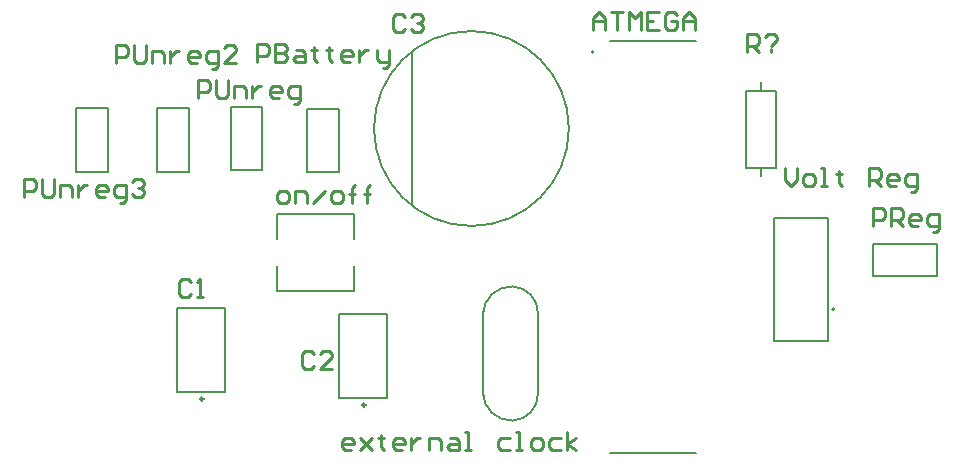
<source format=gto>
G04*
G04 #@! TF.GenerationSoftware,Altium Limited,Altium Designer,23.0.1 (38)*
G04*
G04 Layer_Color=65535*
%FSLAX44Y44*%
%MOMM*%
G71*
G04*
G04 #@! TF.SameCoordinates,2D5BAB57-EA05-42CD-B47F-AA1B42220792*
G04*
G04*
G04 #@! TF.FilePolarity,Positive*
G04*
G01*
G75*
%ADD10C,0.1500*%
%ADD11C,0.2500*%
%ADD12C,0.2000*%
%ADD13C,0.1270*%
%ADD14C,0.2540*%
D10*
X957530Y854240D02*
G03*
X957530Y854240I-82500J0D01*
G01*
D11*
X785235Y620240D02*
G03*
X785235Y620240I-1250J0D01*
G01*
X648075Y625320D02*
G03*
X648075Y625320I-1250J0D01*
G01*
D12*
X1182460Y701040D02*
G03*
X1182460Y701040I-1000J0D01*
G01*
X978700Y919010D02*
G03*
X978700Y919010I-1000J0D01*
G01*
X825030Y789240D02*
Y919240D01*
X763240Y697220D02*
X803940D01*
X763240Y626120D02*
X803940D01*
Y697220D01*
X763240Y626120D02*
Y697220D01*
X671080Y872720D02*
X697980D01*
X671080Y818920D02*
Y872720D01*
Y818920D02*
X697980D01*
Y872720D01*
X735850Y870980D02*
X762750D01*
X735850Y817180D02*
Y870980D01*
Y817180D02*
X762750D01*
Y870980D01*
X608850Y871450D02*
X635750D01*
X608850Y817650D02*
Y871450D01*
Y817650D02*
X635750D01*
Y871450D01*
X540270D02*
X567170D01*
X540270Y817650D02*
Y871450D01*
Y817650D02*
X567170D01*
Y871450D01*
X1215160Y729500D02*
X1268960D01*
X1215160D02*
Y756400D01*
X1268960D01*
Y729500D02*
Y756400D01*
X626080Y631200D02*
Y702300D01*
X666780Y631200D02*
Y702300D01*
X626080Y631200D02*
X666780D01*
X626080Y702300D02*
X666780D01*
X1120140Y885940D02*
Y893190D01*
Y813690D02*
Y820940D01*
X1107640D02*
X1132640D01*
Y885940D01*
X1107640D02*
X1132640D01*
X1107640Y820940D02*
Y885940D01*
X710438Y760753D02*
Y781812D01*
Y716788D02*
Y737847D01*
Y716788D02*
X775462D01*
Y760753D02*
Y781812D01*
Y716788D02*
Y737847D01*
X710438Y781812D02*
X775462D01*
D13*
X909743Y720492D02*
G03*
X884748Y697183I-843J-24152D01*
G01*
Y630297D02*
G03*
X909743Y606988I24152J843D01*
G01*
X909732Y606988D02*
G03*
X931352Y630172I-782J22402D01*
G01*
Y697308D02*
G03*
X909732Y720492I-22402J782D01*
G01*
X1176910Y674540D02*
Y778540D01*
X1130910D02*
X1176910D01*
X1130910Y674540D02*
Y778540D01*
Y674540D02*
X1176910D01*
X884750Y630240D02*
Y697240D01*
X931350Y630240D02*
Y697240D01*
X992505Y928460D02*
X1064895D01*
X992505Y579360D02*
X1064895D01*
D14*
X819151Y948688D02*
X816612Y951227D01*
X811533D01*
X808994Y948688D01*
Y938532D01*
X811533Y935993D01*
X816612D01*
X819151Y938532D01*
X824229Y948688D02*
X826768Y951227D01*
X831847D01*
X834386Y948688D01*
Y946149D01*
X831847Y943610D01*
X829307D01*
X831847D01*
X834386Y941071D01*
Y938532D01*
X831847Y935993D01*
X826768D01*
X824229Y938532D01*
X741681Y662938D02*
X739142Y665478D01*
X734063D01*
X731524Y662938D01*
Y652782D01*
X734063Y650242D01*
X739142D01*
X741681Y652782D01*
X756916Y650242D02*
X746759D01*
X756916Y660399D01*
Y662938D01*
X754377Y665478D01*
X749298D01*
X746759Y662938D01*
X1140478Y820417D02*
Y810260D01*
X1145556Y805182D01*
X1150635Y810260D01*
Y820417D01*
X1158252Y805182D02*
X1163331D01*
X1165870Y807721D01*
Y812799D01*
X1163331Y815338D01*
X1158252D01*
X1155713Y812799D01*
Y807721D01*
X1158252Y805182D01*
X1170948D02*
X1176027D01*
X1173487D01*
Y820417D01*
X1170948D01*
X1186183Y817878D02*
Y815338D01*
X1183644D01*
X1188723D01*
X1186183D01*
Y807721D01*
X1188723Y805182D01*
X1211575D02*
Y820417D01*
X1219193D01*
X1221732Y817878D01*
Y812799D01*
X1219193Y810260D01*
X1211575D01*
X1216653D02*
X1221732Y805182D01*
X1234428D02*
X1229349D01*
X1226810Y807721D01*
Y812799D01*
X1229349Y815338D01*
X1234428D01*
X1236967Y812799D01*
Y810260D01*
X1226810D01*
X1247124Y800103D02*
X1249663D01*
X1252202Y802643D01*
Y815338D01*
X1244584D01*
X1242045Y812799D01*
Y807721D01*
X1244584Y805182D01*
X1252202D01*
X773460Y581662D02*
X768381D01*
X765842Y584202D01*
Y589280D01*
X768381Y591819D01*
X773460D01*
X775999Y589280D01*
Y586741D01*
X765842D01*
X781077Y591819D02*
X791234Y581662D01*
X786155Y586741D01*
X791234Y591819D01*
X781077Y581662D01*
X798851Y594358D02*
Y591819D01*
X796312D01*
X801391D01*
X798851D01*
Y584202D01*
X801391Y581662D01*
X816626D02*
X811547D01*
X809008Y584202D01*
Y589280D01*
X811547Y591819D01*
X816626D01*
X819165Y589280D01*
Y586741D01*
X809008D01*
X824243Y591819D02*
Y581662D01*
Y586741D01*
X826782Y589280D01*
X829322Y591819D01*
X831861D01*
X839478Y581662D02*
Y591819D01*
X847096D01*
X849635Y589280D01*
Y581662D01*
X857253Y591819D02*
X862331D01*
X864870Y589280D01*
Y581662D01*
X857253D01*
X854713Y584202D01*
X857253Y586741D01*
X864870D01*
X869948Y581662D02*
X875027D01*
X872488D01*
Y596898D01*
X869948D01*
X908036Y591819D02*
X900418D01*
X897879Y589280D01*
Y584202D01*
X900418Y581662D01*
X908036D01*
X913114D02*
X918193D01*
X915654D01*
Y596898D01*
X913114D01*
X928350Y581662D02*
X933428D01*
X935967Y584202D01*
Y589280D01*
X933428Y591819D01*
X928350D01*
X925810Y589280D01*
Y584202D01*
X928350Y581662D01*
X951202Y591819D02*
X943585D01*
X941045Y589280D01*
Y584202D01*
X943585Y581662D01*
X951202D01*
X956280D02*
Y596898D01*
Y586741D02*
X963898Y591819D01*
X956280Y586741D02*
X963898Y581662D01*
X643904Y880112D02*
Y895347D01*
X651522D01*
X654061Y892807D01*
Y887729D01*
X651522Y885190D01*
X643904D01*
X659139Y895347D02*
Y882651D01*
X661678Y880112D01*
X666757D01*
X669296Y882651D01*
Y895347D01*
X674374Y880112D02*
Y890268D01*
X681992D01*
X684531Y887729D01*
Y880112D01*
X689609Y890268D02*
Y880112D01*
Y885190D01*
X692148Y887729D01*
X694688Y890268D01*
X697227D01*
X712462Y880112D02*
X707383D01*
X704844Y882651D01*
Y887729D01*
X707383Y890268D01*
X712462D01*
X715001Y887729D01*
Y885190D01*
X704844D01*
X725158Y875033D02*
X727697D01*
X730236Y877572D01*
Y890268D01*
X722618D01*
X720079Y887729D01*
Y882651D01*
X722618Y880112D01*
X730236D01*
X693438Y910592D02*
Y925827D01*
X701056D01*
X703595Y923288D01*
Y918209D01*
X701056Y915670D01*
X693438D01*
X708673Y925827D02*
Y910592D01*
X716291D01*
X718830Y913131D01*
Y915670D01*
X716291Y918209D01*
X708673D01*
X716291D01*
X718830Y920748D01*
Y923288D01*
X716291Y925827D01*
X708673D01*
X726447Y920748D02*
X731526D01*
X734065Y918209D01*
Y910592D01*
X726447D01*
X723908Y913131D01*
X726447Y915670D01*
X734065D01*
X741683Y923288D02*
Y920748D01*
X739143D01*
X744222D01*
X741683D01*
Y913131D01*
X744222Y910592D01*
X754378Y923288D02*
Y920748D01*
X751839D01*
X756917D01*
X754378D01*
Y913131D01*
X756917Y910592D01*
X772153D02*
X767074D01*
X764535Y913131D01*
Y918209D01*
X767074Y920748D01*
X772153D01*
X774692Y918209D01*
Y915670D01*
X764535D01*
X779770Y920748D02*
Y910592D01*
Y915670D01*
X782309Y918209D01*
X784848Y920748D01*
X787388D01*
X795005D02*
Y913131D01*
X797544Y910592D01*
X805162D01*
Y908053D01*
X802623Y905513D01*
X800084D01*
X805162Y910592D02*
Y920748D01*
X574056Y909322D02*
Y924557D01*
X581674D01*
X584213Y922018D01*
Y916939D01*
X581674Y914400D01*
X574056D01*
X589291Y924557D02*
Y911861D01*
X591831Y909322D01*
X596909D01*
X599448Y911861D01*
Y924557D01*
X604527Y909322D02*
Y919478D01*
X612144D01*
X614683Y916939D01*
Y909322D01*
X619762Y919478D02*
Y909322D01*
Y914400D01*
X622301Y916939D01*
X624840Y919478D01*
X627379D01*
X642614Y909322D02*
X637536D01*
X634997Y911861D01*
Y916939D01*
X637536Y919478D01*
X642614D01*
X645153Y916939D01*
Y914400D01*
X634997D01*
X655310Y904243D02*
X657849D01*
X660388Y906783D01*
Y919478D01*
X652771D01*
X650232Y916939D01*
Y911861D01*
X652771Y909322D01*
X660388D01*
X675624D02*
X665467D01*
X675624Y919478D01*
Y922018D01*
X673084Y924557D01*
X668006D01*
X665467Y922018D01*
X496586Y796292D02*
Y811527D01*
X504204D01*
X506743Y808988D01*
Y803909D01*
X504204Y801370D01*
X496586D01*
X511822Y811527D02*
Y798831D01*
X514361Y796292D01*
X519439D01*
X521978Y798831D01*
Y811527D01*
X527057Y796292D02*
Y806448D01*
X534674D01*
X537213Y803909D01*
Y796292D01*
X542292Y806448D02*
Y796292D01*
Y801370D01*
X544831Y803909D01*
X547370Y806448D01*
X549909D01*
X565144Y796292D02*
X560066D01*
X557527Y798831D01*
Y803909D01*
X560066Y806448D01*
X565144D01*
X567683Y803909D01*
Y801370D01*
X557527D01*
X577840Y791213D02*
X580379D01*
X582919Y793753D01*
Y806448D01*
X575301D01*
X572762Y803909D01*
Y798831D01*
X575301Y796292D01*
X582919D01*
X587997Y808988D02*
X590536Y811527D01*
X595614D01*
X598154Y808988D01*
Y806448D01*
X595614Y803909D01*
X593075D01*
X595614D01*
X598154Y801370D01*
Y798831D01*
X595614Y796292D01*
X590536D01*
X587997Y798831D01*
X1108202Y919226D02*
Y934461D01*
X1115819D01*
X1118359Y931922D01*
Y926843D01*
X1115819Y924304D01*
X1108202D01*
X1113280D02*
X1118359Y919226D01*
X1123437Y931922D02*
X1125976Y934461D01*
X1131055D01*
X1133594Y931922D01*
Y929383D01*
X1128515Y924304D01*
Y921765D02*
Y919226D01*
X1215390Y771398D02*
Y786633D01*
X1223008D01*
X1225547Y784094D01*
Y779016D01*
X1223008Y776476D01*
X1215390D01*
X1230625Y771398D02*
Y786633D01*
X1238243D01*
X1240782Y784094D01*
Y779016D01*
X1238243Y776476D01*
X1230625D01*
X1235703D02*
X1240782Y771398D01*
X1253478D02*
X1248399D01*
X1245860Y773937D01*
Y779016D01*
X1248399Y781555D01*
X1253478D01*
X1256017Y779016D01*
Y776476D01*
X1245860D01*
X1266174Y766320D02*
X1268713D01*
X1271252Y768859D01*
Y781555D01*
X1263634D01*
X1261095Y779016D01*
Y773937D01*
X1263634Y771398D01*
X1271252D01*
X713231Y791464D02*
X718309D01*
X720849Y794003D01*
Y799081D01*
X718309Y801621D01*
X713231D01*
X710692Y799081D01*
Y794003D01*
X713231Y791464D01*
X725927D02*
Y801621D01*
X733545D01*
X736084Y799081D01*
Y791464D01*
X741162D02*
X751319Y801621D01*
X758936Y791464D02*
X764015D01*
X766554Y794003D01*
Y799081D01*
X764015Y801621D01*
X758936D01*
X756397Y799081D01*
Y794003D01*
X758936Y791464D01*
X774172D02*
Y804160D01*
Y799081D01*
X771632D01*
X776711D01*
X774172D01*
Y804160D01*
X776711Y806699D01*
X786867Y791464D02*
Y804160D01*
Y799081D01*
X784328D01*
X789407D01*
X786867D01*
Y804160D01*
X789407Y806699D01*
X637537Y723896D02*
X634997Y726435D01*
X629919D01*
X627380Y723896D01*
Y713739D01*
X629919Y711200D01*
X634997D01*
X637537Y713739D01*
X642615Y711200D02*
X647693D01*
X645154D01*
Y726435D01*
X642615Y723896D01*
X978154Y937514D02*
Y947671D01*
X983232Y952749D01*
X988311Y947671D01*
Y937514D01*
Y945132D01*
X978154D01*
X993389Y952749D02*
X1003546D01*
X998467D01*
Y937514D01*
X1008624D02*
Y952749D01*
X1013702Y947671D01*
X1018781Y952749D01*
Y937514D01*
X1034016Y952749D02*
X1023859D01*
Y937514D01*
X1034016D01*
X1023859Y945132D02*
X1028938D01*
X1049251Y950210D02*
X1046712Y952749D01*
X1041634D01*
X1039094Y950210D01*
Y940053D01*
X1041634Y937514D01*
X1046712D01*
X1049251Y940053D01*
Y945132D01*
X1044173D01*
X1054329Y937514D02*
Y947671D01*
X1059408Y952749D01*
X1064486Y947671D01*
Y937514D01*
Y945132D01*
X1054329D01*
M02*

</source>
